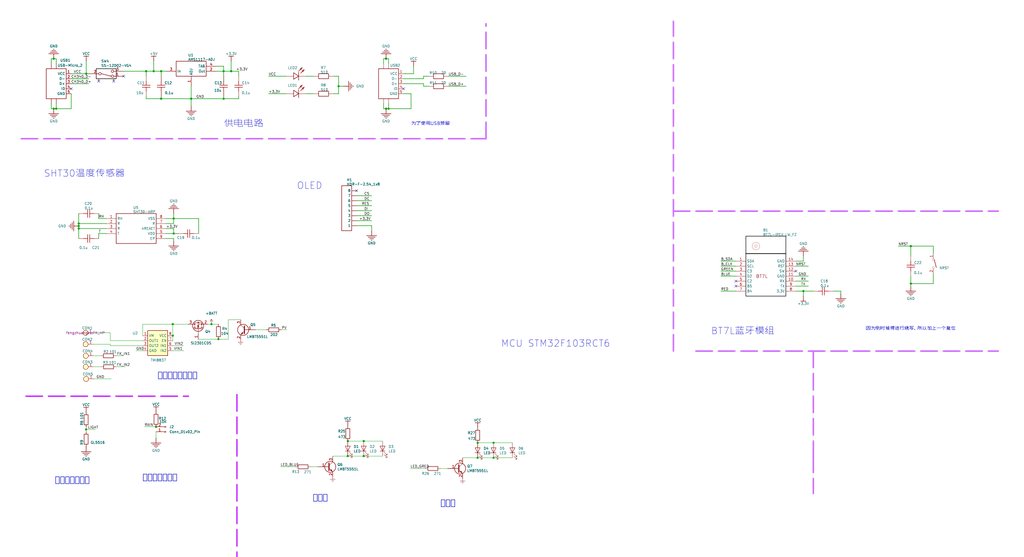
<source format=kicad_sch>
(kicad_sch (version 20230121) (generator eeschema)
  (paper "User" 520.446 283.21)
  (lib_symbols
    (symbol "Connector:Conn_01x02_Pin" (pin_names (offset 1.016) hide)
      (property "Reference" "J" (at 0 2.54 0))
      (property "Value" "Conn_01x02_Pin" (at 0 -5.08 0))
      (symbol "Conn_01x02_Pin_1_1"
        (pin passive line (at 5.08 0 180) (length 3.81) (name "Pin_1") (number "1"))
        (pin passive line (at 5.08 -2.54 180) (length 3.81) (name "Pin_2") (number "2"))
      )
    )
    (symbol "Device:Q_PMOS_GSD" (pin_names (offset 0) hide)
      (property "Reference" "Q" (at 5.08 1.27 0))
      (property "Value" "Q_PMOS_GSD" (at 5.08 -1.27 0))
      (symbol "Q_PMOS_GSD_1_1"
        (pin input line (at -5.08 0 0) (length 2.54) (name "G") (number "1"))
        (pin passive line (at 2.54 -5.08 90) (length 2.54) (name "S") (number "2"))
        (pin passive line (at 2.54 5.08 270) (length 2.54) (name "D") (number "3"))
      )
    )
    (symbol "Device:R" (pin_numbers hide) (pin_names (offset 0))
      (property "Reference" "R" (at 2.032 0 90))
      (property "Value" "R" (at 0 0 90))
      (symbol "R_1_1"
        (pin passive line (at 0 3.81 270) (length 1.27) (name "~") (number "1"))
        (pin passive line (at 0 -3.81 90) (length 1.27) (name "~") (number "2"))
      )
    )
    (symbol "EC200-altium-import:VCC" (power)
      (property "Reference" "#PWR" (at 0 0 0))
      (property "Value" "VCC" (at 0 3.81 0))
      (symbol "VCC_0_0"
        (pin power_in line (at 0 0 0) (length 0) hide (name "VCC") (number ""))
      )
    )
    (symbol "Transistor_BJT:MMBT5551L" (pin_names (offset 0) hide)
      (property "Reference" "Q" (at 5.08 1.905 0))
      (property "Value" "MMBT5551L" (at 5.08 0 0))
      (symbol "MMBT5551L_1_1"
        (pin input line (at -5.08 0 0) (length 5.715) (name "B") (number "1"))
        (pin passive line (at 2.54 -5.08 90) (length 2.54) (name "E") (number "2"))
        (pin passive line (at 2.54 5.08 270) (length 2.54) (name "C") (number "3"))
      )
    )
    (symbol "USMmeter-rescue:LED-Device" (pin_numbers hide) (pin_names (offset 1.016) hide)
      (property "Reference" "D" (at 0 2.54 0))
      (property "Value" "LED-Device" (at 0 -2.54 0))
      (symbol "LED-Device_1_1"
        (pin passive line (at -3.81 0 0) (length 2.54) (name "K") (number "1"))
        (pin passive line (at 3.81 0 180) (length 2.54) (name "A") (number "2"))
      )
    )
    (symbol "YLFZ:CON"
      (property "Reference" "U" (at 0 0 0))
      (property "Value" "CON" (at -1.27 0 0))
      (symbol "CON_1_1"
        (pin bidirectional line (at 3.81 0 180) (length 2.54) (name "") (number "1"))
      )
    )
    (symbol "YLFZ:TMI8837"
      (property "Reference" "U" (at -2.54 0 0))
      (property "Value" "TMI8837" (at 0 -2.54 0))
      (symbol "TMI8837_1_1"
        (pin bidirectional line (at -2.54 10.16 0) (length 2.54) (name "VM") (number "1"))
        (pin bidirectional line (at -2.54 7.62 0) (length 2.54) (name "OUT1") (number "2"))
        (pin bidirectional line (at -2.54 5.08 0) (length 2.54) (name "OUT2") (number "3"))
        (pin bidirectional line (at -2.54 2.54 0) (length 2.54) (name "GND") (number "4"))
        (pin bidirectional line (at 12.7 2.54 180) (length 2.54) (name "IN2") (number "5"))
        (pin bidirectional line (at 12.7 5.08 180) (length 2.54) (name "IN1") (number "6"))
        (pin bidirectional line (at 12.7 7.62 180) (length 2.54) (name "EN") (number "7"))
        (pin bidirectional line (at 12.7 10.16 180) (length 2.54) (name "VCC") (number "8"))
      )
    )
    (symbol "power:+BATT" (power) (pin_names (offset 0))
      (property "Value" "+BATT" (at 0 3.556 0))
      (symbol "+BATT_1_1"
        (pin power_in line (at 0 0 90) (length 0) hide (name "+BATT") (number "1"))
      )
    )
    (symbol "power:Earth" (power) (pin_names (offset 0))
      (symbol "Earth_1_1"
        (pin power_in line (at 0 0 270) (length 0) hide (name "Earth") (number "1"))
      )
    )
    (symbol "天气灯盘-altium-import:+3.3V" (power)
      (property "Reference" "#PWR" (at 0 0 0))
      (property "Value" "+3.3V" (at 0 3.81 0))
      (symbol "+3.3V_0_0"
        (pin power_in line (at 0 0 0) (length 0) hide (name "+3.3V") (number ""))
      )
    )
    (symbol "天气灯盘-altium-import:+5V" (power)
      (property "Reference" "#PWR" (at 0 0 0))
      (property "Value" "+5V" (at 0 3.81 0))
      (symbol "+5V_0_0"
        (pin power_in line (at 0 0 0) (length 0) hide (name "+5V") (number ""))
      )
    )
    (symbol "天气灯盘-altium-import:GND" (power)
      (property "Reference" "#PWR" (at 0 0 0))
      (property "Value" "GND" (at 0 6.35 0))
      (symbol "GND_0_0"
        (pin power_in line (at 0 0 0) (length 0) hide (name "GND") (number ""))
      )
    )
    (symbol "天气灯盘-altium-import:VCC" (power)
      (property "Reference" "#PWR" (at 0 0 0))
      (property "Value" "VCC" (at 0 3.81 0))
      (symbol "VCC_0_0"
        (pin power_in line (at 0 0 0) (length 0) hide (name "VCC") (number ""))
      )
    )
    (symbol "天气灯盘-altium-import:root_0_0.1u"
      (symbol "root_0_0.1u_1_0"
        (pin passive line (at -5.08 0 0) (length 2.54) (name "1") (number "1"))
        (pin passive line (at 5.08 0 180) (length 2.54) (name "2") (number "2"))
      )
    )
    (symbol "天气灯盘-altium-import:root_0_20"
      (symbol "root_0_20_1_0"
        (pin passive line (at -5.08 0 0) (length 2.54) (name "1") (number "1"))
        (pin passive line (at 5.08 0 180) (length 2.54) (name "2") (number "2"))
      )
    )
    (symbol "天气灯盘-altium-import:root_0_510"
      (symbol "root_0_510_1_0"
        (pin passive line (at -5.08 0 0) (length 2.54) (name "1") (number "1"))
        (pin passive line (at 5.08 0 180) (length 2.54) (name "2") (number "2"))
      )
    )
    (symbol "天气灯盘-altium-import:root_0_AMS1117-ADJ"
      (symbol "root_0_AMS1117-ADJ_1_0"
        (pin passive line (at 0 -6.35 90) (length 5.08) (name "ADJ") (number "1"))
        (pin passive line (at 12.7 1.27 180) (length 5.08) (name "Out") (number "2"))
        (pin passive line (at -12.7 1.27 0) (length 5.08) (name "In") (number "3"))
        (pin passive line (at 12.7 3.81 180) (length 5.08) (name "TAB") (number "4"))
      )
    )
    (symbol "天气灯盘-altium-import:root_0_BT7L-IPEX_LW_FZ"
      (symbol "root_0_BT7L-IPEX_LW_FZ_1_0"
        (text "BT7L" (at -5.08 1.482 0) (effects (font (size 1.651 1.651)) (justify left bottom)))
        (pin passive line (at -15.24 10.16 0) (length 5.08) (name "SDA") (number "1"))
        (pin passive line (at 15.24 0 180) (length 5.08) (name "RX") (number "10"))
        (pin passive line (at 15.24 2.54 180) (length 5.08) (name "GND") (number "11"))
        (pin passive line (at 15.24 5.08 180) (length 5.08) (name "SW") (number "12"))
        (pin passive line (at 15.24 7.62 180) (length 5.08) (name "RST") (number "13"))
        (pin passive line (at 15.24 10.16 180) (length 5.08) (name "GND") (number "14"))
        (pin passive line (at -15.24 7.62 0) (length 5.08) (name "SCL") (number "2"))
        (pin passive line (at -15.24 5.08 0) (length 5.08) (name "C3") (number "3"))
        (pin passive line (at -15.24 2.54 0) (length 5.08) (name "D2") (number "4"))
        (pin passive line (at -15.24 0 0) (length 5.08) (name "C2") (number "5"))
        (pin passive line (at -15.24 -2.54 0) (length 5.08) (name "B5") (number "6"))
        (pin passive line (at -15.24 -5.08 0) (length 5.08) (name "B4") (number "7"))
        (pin passive line (at 15.24 -5.08 180) (length 5.08) (name "3.3V") (number "8"))
        (pin passive line (at 15.24 -2.54 180) (length 5.08) (name "TX") (number "9"))
      )
    )
    (symbol "天气灯盘-altium-import:root_0_LED-0805_G"
      (symbol "root_0_LED-0805_G_1_0"
        (pin passive line (at -5.08 0 0) (length 3.81) (name "1") (number "1"))
        (pin passive line (at 5.08 0 180) (length 3.81) (name "2") (number "2"))
      )
    )
    (symbol "天气灯盘-altium-import:root_0_LED-0805_R"
      (symbol "root_0_LED-0805_R_1_0"
        (pin passive line (at -5.08 0 0) (length 3.81) (name "1") (number "1"))
        (pin passive line (at 5.08 0 180) (length 3.81) (name "2") (number "2"))
      )
    )
    (symbol "天气灯盘-altium-import:root_0_SHT30-ARP"
      (symbol "root_0_SHT30-ARP_1_0"
        (pin passive line (at -15.24 5.08 0) (length 5.08) (name "RH") (number "1"))
        (pin passive line (at -15.24 2.54 0) (length 5.08) (name "R") (number "2"))
        (pin passive line (at -15.24 0 0) (length 5.08) (name "R") (number "3"))
        (pin passive line (at -15.24 -2.54 0) (length 5.08) (name "T") (number "4"))
        (pin passive line (at 15.24 -2.54 180) (length 5.08) (name "VDD") (number "5"))
        (pin passive line (at 15.24 0 180) (length 5.08) (name "nREAET") (number "6"))
        (pin passive line (at 15.24 2.54 180) (length 5.08) (name "R") (number "7"))
        (pin passive line (at 15.24 5.08 180) (length 5.08) (name "VSS") (number "8"))
        (pin passive line (at 15.24 -5.08 180) (length 5.08) (name "EP") (number "9"))
      )
    )
    (symbol "天气灯盘-altium-import:root_0_SS-12D02-VG4"
      (symbol "root_0_SS-12D02-VG4_1_0"
        (pin passive inverted (at 8.89 -1.27 180) (length 6.35) (name "1") (number "1"))
        (pin passive inverted (at -8.89 0 0) (length 6.35) (name "2") (number "2"))
        (pin passive inverted (at 8.89 1.27 180) (length 6.35) (name "3") (number "3"))
        (pin passive line (at 3.81 -3.81 90) (length 1.27) (name "4") (number "4"))
        (pin passive line (at -3.81 -3.81 90) (length 1.27) (name "5") (number "5"))
      )
    )
    (symbol "天气灯盘-altium-import:root_0_USB-Micro_2"
      (symbol "root_0_USB-Micro_2_1_0"
        (pin passive line (at 7.62 5.08 180) (length 2.54) (name "VCC") (number "1"))
        (pin passive line (at 7.62 2.54 180) (length 2.54) (name "D-") (number "2"))
        (pin passive line (at 7.62 0 180) (length 2.54) (name "D+") (number "3"))
        (pin passive line (at 7.62 -2.54 180) (length 2.54) (name "ID") (number "4"))
        (pin passive line (at 7.62 -5.08 180) (length 2.54) (name "GND") (number "5"))
        (pin passive line (at -2.54 -10.16 90) (length 2.54) (name "SH3") (number "6"))
        (pin passive line (at 0 -10.16 90) (length 2.54) (name "SH4") (number "7"))
        (pin passive line (at -2.54 10.16 270) (length 2.54) (name "SH1") (number "8"))
        (pin passive line (at 0 10.16 270) (length 2.54) (name "SH2") (number "9"))
      )
    )
    (symbol "天气灯盘-altium-import:root_1_0.1u"
      (symbol "root_1_0.1u_1_0"
        (pin passive line (at 0 -5.08 90) (length 2.54) (name "1") (number "1"))
        (pin passive line (at 0 5.08 270) (length 2.54) (name "2") (number "2"))
      )
    )
    (symbol "天气灯盘-altium-import:root_2_0.1u"
      (symbol "root_2_0.1u_1_0"
        (pin passive line (at 5.08 0 180) (length 2.54) (name "1") (number "1"))
        (pin passive line (at -5.08 0 0) (length 2.54) (name "2") (number "2"))
      )
    )
    (symbol "天气灯盘-altium-import:root_2_20"
      (symbol "root_2_20_1_0"
        (pin passive line (at 5.08 0 180) (length 2.54) (name "1") (number "1"))
        (pin passive line (at -5.08 0 0) (length 2.54) (name "2") (number "2"))
      )
    )
    (symbol "天气灯盘-altium-import:root_2_HDR-F-2.54_1x8"
      (symbol "root_2_HDR-F-2.54_1x8_1_0"
        (pin passive line (at 5.08 -8.89 180) (length 2.54) (name "1") (number "1"))
        (pin passive line (at 5.08 -6.35 180) (length 2.54) (name "2") (number "2"))
        (pin passive line (at 5.08 -3.81 180) (length 2.54) (name "3") (number "3"))
        (pin passive line (at 5.08 -1.27 180) (length 2.54) (name "4") (number "4"))
        (pin passive line (at 5.08 1.27 180) (length 2.54) (name "5") (number "5"))
        (pin passive line (at 5.08 3.81 180) (length 2.54) (name "6") (number "6"))
        (pin passive line (at 5.08 6.35 180) (length 2.54) (name "7") (number "7"))
        (pin passive line (at 5.08 8.89 180) (length 2.54) (name "8") (number "8"))
      )
    )
    (symbol "天气灯盘-altium-import:root_3_0.1u"
      (symbol "root_3_0.1u_1_0"
        (pin passive line (at 0 5.08 270) (length 2.54) (name "1") (number "1"))
        (pin passive line (at 0 -5.08 90) (length 2.54) (name "2") (number "2"))
      )
    )
    (symbol "天气灯盘-altium-import:root_3_10u"
      (symbol "root_3_10u_1_0"
        (pin passive line (at 0 5.08 270) (length 2.54) (name "1") (number "1"))
        (pin passive line (at 0 -5.08 90) (length 2.54) (name "2") (number "2"))
      )
    )
    (symbol "天气灯盘-altium-import:root_3_TS342A2P-WZ"
      (symbol "root_3_TS342A2P-WZ_1_0"
        (pin passive line (at 0 5.08 270) (length 2.54) (name "1") (number "1"))
        (pin passive line (at 0 -5.08 90) (length 2.54) (name "2") (number "2"))
      )
    )
  )
  (junction (at 81.915 50.165))
  (junction (at 87.8078 170.5864))
  (junction (at 40.005 113.6142))
  (junction (at 197.485 55.245))
  (junction (at 242.7732 225.044))
  (junction (at 40.005 114.8842))
  (junction (at 242.7478 232.664))
  (junction (at 196.215 55.245))
  (junction (at 462.915 125.095))
  (junction (at 87.8078 164.7444))
  (junction (at 176.784 224.1804))
  (junction (at 111.0234 172.3644))
  (junction (at 74.295 36.195))
  (junction (at 78.105 36.195))
  (junction (at 107.4674 164.7444))
  (junction (at 97.155 50.165))
  (junction (at 27.305 29.845))
  (junction (at 81.915 36.195))
  (junction (at 172.085 43.815))
  (junction (at 40.005 116.1542))
  (junction (at 43.7642 218.2622))
  (junction (at 196.215 29.845))
  (junction (at 408.305 147.955))
  (junction (at 28.575 55.245))
  (junction (at 113.665 36.195))
  (junction (at 184.8612 231.8004))
  (junction (at 184.8612 224.1804))
  (junction (at 43.815 37.465))
  (junction (at 176.7586 231.8004))
  (junction (at 27.305 55.245))
  (junction (at 88.265 118.6942))
  (junction (at 79.2988 216.9414))
  (junction (at 462.915 144.145))
  (junction (at 250.8504 225.044))
  (junction (at 88.265 111.0742))
  (junction (at 117.475 36.195))
  (junction (at 113.665 50.165))
  (junction (at 250.8504 232.664))
  (no_connect (at 374.015 142.875))
  (no_connect (at 62.865 38.735))
  (no_connect (at 205.105 45.085))
  (no_connect (at 57.785 41.275))
  (no_connect (at 181.2798 96.9264))
  (no_connect (at 374.015 145.415))
  (no_connect (at 50.165 41.275))
  (no_connect (at 36.195 45.085))
  (no_connect (at 404.495 137.795))
  (wire (pts (xy 97.155 53.975) (xy 97.155 50.165)) (stroke (width 0.254)))
  (wire (pts (xy 227.965 38.735) (xy 236.855 38.735)) (stroke (width 0.254)))
  (wire (pts (xy 88.265 113.6142) (xy 88.265 111.0742)) (stroke (width 0.254)))
  (wire (pts (xy 74.295 50.165) (xy 81.915 50.165)) (stroke (width 0.254)))
  (wire (pts (xy 462.915 140.335) (xy 462.915 144.145)) (stroke (width 0.254)))
  (wire (pts (xy 181.2798 102.0064) (xy 188.8998 102.0064)) (stroke (width 0.254)))
  (wire (pts (xy 113.665 36.195) (xy 117.475 36.195)) (stroke (width 0.254)))
  (wire (pts (xy 197.485 29.845) (xy 196.215 29.845)) (stroke (width 0.254)))
  (wire (pts (xy 197.485 52.705) (xy 197.485 55.245)) (stroke (width 0.254)))
  (wire (pts (xy 144.526 237.2614) (xy 150.2156 237.2614)))
  (wire (pts (xy 43.815 37.465) (xy 45.085 37.465)) (stroke (width 0.254)))
  (wire (pts (xy 26.035 29.845) (xy 26.035 32.385)) (stroke (width 0.254)))
  (wire (pts (xy 84.455 121.2342) (xy 88.265 121.2342)) (stroke (width 0.254)))
  (wire (pts (xy 205.105 47.625) (xy 208.915 47.625)) (stroke (width 0.254)))
  (polyline (pts (xy 353.695 178.435) (xy 507.365 178.435)) (stroke (width 0.762) (type dash) (color 204 102 255 1)))
  (wire (pts (xy 172.085 43.815) (xy 174.625 43.815)) (stroke (width 0.254)))
  (wire (pts (xy 181.2798 112.1664) (xy 188.8998 112.1664)) (stroke (width 0.254)))
  (wire (pts (xy 242.7478 225.044) (xy 242.7732 225.044)))
  (wire (pts (xy 50.165 111.0742) (xy 53.975 111.0742)) (stroke (width 0.254)))
  (wire (pts (xy 26.035 52.705) (xy 26.035 55.245)) (stroke (width 0.254)))
  (polyline (pts (xy 413.385 178.435) (xy 413.385 233.045)) (stroke (width 0.762) (type dash) (color 204 102 255 1)))
  (wire (pts (xy 462.915 144.145) (xy 462.915 145.415)) (stroke (width 0.254)))
  (wire (pts (xy 142.5448 237.236) (xy 144.526 237.236)))
  (wire (pts (xy 72.5678 170.5864) (xy 72.5678 164.7444)))
  (wire (pts (xy 215.265 43.815) (xy 215.265 42.545)) (stroke (width 0.254)))
  (wire (pts (xy 88.265 118.6942) (xy 84.455 118.6942)) (stroke (width 0.254)))
  (wire (pts (xy 215.265 38.735) (xy 215.265 40.005)) (stroke (width 0.254)))
  (wire (pts (xy 205.105 40.005) (xy 215.265 40.005)) (stroke (width 0.254)))
  (wire (pts (xy 227.965 43.815) (xy 236.855 43.815)) (stroke (width 0.254)))
  (wire (pts (xy 215.265 42.545) (xy 205.105 42.545)) (stroke (width 0.254)))
  (wire (pts (xy 47.3202 174.9552) (xy 56.007 174.9552)))
  (wire (pts (xy 100.711 172.3644) (xy 111.0234 172.3644)))
  (polyline (pts (xy 10.795 70.485) (xy 247.015 70.485)) (stroke (width 0.762) (type dash) (color 204 102 255 1)))
  (wire (pts (xy 184.8612 224.1804) (xy 194.437 224.1804)))
  (wire (pts (xy 58.9026 180.848) (xy 62.8142 180.848)))
  (wire (pts (xy 73.4314 216.9414) (xy 79.2988 216.9414)))
  (wire (pts (xy 176.7586 224.1804) (xy 176.784 224.1804)))
  (wire (pts (xy 36.195 40.005) (xy 45.085 40.005)) (stroke (width 0.254)))
  (wire (pts (xy 28.575 55.245) (xy 28.575 52.705)) (stroke (width 0.254)))
  (wire (pts (xy 210.185 37.465) (xy 205.105 37.465)) (stroke (width 0.254)))
  (wire (pts (xy 74.295 38.735) (xy 74.295 36.195)) (stroke (width 0.254)))
  (wire (pts (xy 250.8504 232.664) (xy 242.7478 232.664)))
  (wire (pts (xy 88.265 111.0742) (xy 88.265 108.5342)) (stroke (width 0.254)))
  (wire (pts (xy 144.526 237.236) (xy 144.526 237.2614)))
  (wire (pts (xy 117.475 31.115) (xy 117.475 36.195)) (stroke (width 0.254)))
  (wire (pts (xy 181.2798 99.4664) (xy 188.8998 99.4664)) (stroke (width 0.254)))
  (wire (pts (xy 181.2798 109.6264) (xy 188.8998 109.6264)) (stroke (width 0.254)))
  (wire (pts (xy 109.855 36.195) (xy 113.665 36.195)) (stroke (width 0.254)))
  (wire (pts (xy 53.975 116.1542) (xy 40.005 116.1542)) (stroke (width 0.254)))
  (wire (pts (xy 59.0042 186.436) (xy 63.6778 186.436)))
  (wire (pts (xy 62.865 36.195) (xy 74.295 36.195)) (stroke (width 0.254)))
  (polyline (pts (xy 413.385 231.775) (xy 413.385 250.825)) (stroke (width 0.762) (type dash) (color 204 102 255 1)))
  (wire (pts (xy 27.305 29.845) (xy 26.035 29.845)) (stroke (width 0.254)))
  (wire (pts (xy 136.525 47.625) (xy 145.415 47.625)) (stroke (width 0.254)))
  (wire (pts (xy 172.085 47.625) (xy 172.085 43.815)) (stroke (width 0.254)))
  (wire (pts (xy 129.921 167.64) (xy 135.3566 167.64)))
  (wire (pts (xy 69.0118 178.2064) (xy 72.5678 178.2064)))
  (wire (pts (xy 36.195 37.465) (xy 43.815 37.465)) (stroke (width 0.254)))
  (polyline (pts (xy 342.265 178.435) (xy 342.265 10.795)) (stroke (width 0.762) (type dash) (color 204 102 255 1)))
  (wire (pts (xy 87.8078 170.5864) (xy 87.8078 173.1264)))
  (wire (pts (xy 194.945 29.845) (xy 194.945 32.385)) (stroke (width 0.254)))
  (wire (pts (xy 78.105 31.115) (xy 78.105 36.195)) (stroke (width 0.254)))
  (wire (pts (xy 145.415 38.735) (xy 136.525 38.735)) (stroke (width 0.254)))
  (wire (pts (xy 105.791 164.7444) (xy 107.4674 164.7444)))
  (wire (pts (xy 474.345 144.145) (xy 462.915 144.145)) (stroke (width 0.254)))
  (wire (pts (xy 169.545 38.735) (xy 172.085 38.735)) (stroke (width 0.254)))
  (wire (pts (xy 90.805 118.6942) (xy 88.265 118.6942)) (stroke (width 0.254)))
  (wire (pts (xy 72.5678 164.7444) (xy 87.8078 164.7444)))
  (wire (pts (xy 404.495 145.415) (xy 410.845 145.415)) (stroke (width 0.254)))
  (wire (pts (xy 111.0234 172.3644) (xy 116.0526 172.3644)))
  (wire (pts (xy 47.5742 192.5828) (xy 56.5658 192.5828)))
  (wire (pts (xy 28.575 29.845) (xy 27.305 29.845)) (stroke (width 0.254)))
  (wire (pts (xy 208.534 238.0996) (xy 210.5152 238.0996)))
  (wire (pts (xy 50.165 121.2342) (xy 50.165 118.6942)) (stroke (width 0.254)))
  (wire (pts (xy 36.195 47.625) (xy 36.195 55.245)) (stroke (width 0.254)))
  (wire (pts (xy 81.915 48.895) (xy 81.915 50.165)) (stroke (width 0.254)))
  (wire (pts (xy 210.185 33.655) (xy 210.185 37.465)) (stroke (width 0.254)))
  (wire (pts (xy 366.395 140.335) (xy 374.015 140.335)) (stroke (width 0.254)))
  (wire (pts (xy 36.195 42.545) (xy 45.085 42.545)) (stroke (width 0.254)))
  (wire (pts (xy 116.0526 172.3644) (xy 116.0526 162.56)))
  (wire (pts (xy 109.855 33.655) (xy 113.665 33.655)) (stroke (width 0.254)))
  (wire (pts (xy 87.8078 175.6664) (xy 93.1926 175.6664)))
  (wire (pts (xy 87.8078 178.2064) (xy 93.4466 178.2064)))
  (wire (pts (xy 43.7642 218.2622) (xy 43.7642 219.4052)))
  (wire (pts (xy 260.4262 232.664) (xy 250.8504 232.664)))
  (wire (pts (xy 56.007 174.9552) (xy 56.007 175.6664)))
  (wire (pts (xy 40.005 114.8842) (xy 40.005 116.1542)) (stroke (width 0.254)))
  (wire (pts (xy 366.395 135.255) (xy 374.015 135.255)) (stroke (width 0.254)))
  (wire (pts (xy 242.7732 225.044) (xy 250.8504 225.044)))
  (wire (pts (xy 97.155 50.165) (xy 113.665 50.165)) (stroke (width 0.254)))
  (polyline (pts (xy 120.4214 200.5584) (xy 120.4214 283.1084)) (stroke (width 0.762) (type dash) (color 204 51 255 1)))
  (wire (pts (xy 56.007 175.6664) (xy 72.5678 175.6664)))
  (wire (pts (xy 217.805 38.735) (xy 215.265 38.735)) (stroke (width 0.254)))
  (wire (pts (xy 121.285 50.165) (xy 121.285 48.895)) (stroke (width 0.254)))
  (wire (pts (xy 157.8356 237.2614) (xy 161.4932 237.2614)))
  (wire (pts (xy 36.195 55.245) (xy 28.575 55.245)) (stroke (width 0.254)))
  (polyline (pts (xy 247.015 70.485) (xy 247.015 12.065)) (stroke (width 0.762) (type dash) (color 204 102 255 1)))
  (wire (pts (xy 176.784 224.1804) (xy 184.8612 224.1804)))
  (wire (pts (xy 56.0578 169.164) (xy 56.1086 173.1264)))
  (wire (pts (xy 404.495 142.875) (xy 410.845 142.875)) (stroke (width 0.254)))
  (wire (pts (xy 40.005 108.5342) (xy 40.005 113.6142)) (stroke (width 0.254)))
  (wire (pts (xy 181.2798 104.5464) (xy 188.8998 104.5464)) (stroke (width 0.254)))
  (wire (pts (xy 462.915 125.095) (xy 456.565 125.095)) (stroke (width 0.254)))
  (wire (pts (xy 81.915 36.195) (xy 84.455 36.195)) (stroke (width 0.254)))
  (wire (pts (xy 47.2694 169.164) (xy 56.0578 169.164)))
  (wire (pts (xy 404.495 132.715) (xy 408.305 132.715)) (stroke (width 0.254)))
  (wire (pts (xy 474.345 125.095) (xy 462.915 125.095)) (stroke (width 0.254)))
  (wire (pts (xy 142.9766 167.64) (xy 145.8214 167.64)))
  (wire (pts (xy 100.965 118.6942) (xy 100.965 111.0742)) (stroke (width 0.254)))
  (wire (pts (xy 88.265 121.2342) (xy 88.265 122.5042)) (stroke (width 0.254)))
  (wire (pts (xy 97.155 43.815) (xy 97.155 50.165)) (stroke (width 0.254)))
  (wire (pts (xy 423.545 147.955) (xy 427.355 147.955)) (stroke (width 0.254)))
  (wire (pts (xy 47.371 186.436) (xy 51.3842 186.436)))
  (wire (pts (xy 184.8612 231.8004) (xy 176.7586 231.8004)))
  (wire (pts (xy 223.8248 238.125) (xy 227.4824 238.125)))
  (wire (pts (xy 404.495 140.335) (xy 410.845 140.335)) (stroke (width 0.254)))
  (wire (pts (xy 462.915 130.175) (xy 462.915 125.095)) (stroke (width 0.254)))
  (wire (pts (xy 40.005 113.6142) (xy 40.005 114.8842)) (stroke (width 0.254)))
  (wire (pts (xy 28.575 32.385) (xy 28.575 29.845)) (stroke (width 0.254)))
  (wire (pts (xy 169.545 47.625) (xy 172.085 47.625)) (stroke (width 0.254)))
  (wire (pts (xy 188.8998 117.2464) (xy 188.8998 114.7064)) (stroke (width 0.254)))
  (wire (pts (xy 116.0526 162.56) (xy 122.301 162.56)))
  (wire (pts (xy 366.395 147.955) (xy 374.015 147.955)) (stroke (width 0.254)))
  (wire (pts (xy 197.485 32.385) (xy 197.485 29.845)) (stroke (width 0.254)))
  (wire (pts (xy 474.345 139.065) (xy 474.345 144.145)) (stroke (width 0.254)))
  (wire (pts (xy 84.455 116.1542) (xy 88.265 116.1542)) (stroke (width 0.254)))
  (wire (pts (xy 113.665 38.735) (xy 113.665 36.195)) (stroke (width 0.254)))
  (wire (pts (xy 474.345 128.905) (xy 474.345 125.095)) (stroke (width 0.254)))
  (wire (pts (xy 172.085 38.735) (xy 172.085 43.815)) (stroke (width 0.254)))
  (wire (pts (xy 87.8078 164.7444) (xy 87.8078 170.5864)))
  (wire (pts (xy 74.295 36.195) (xy 78.105 36.195)) (stroke (width 0.254)))
  (wire (pts (xy 113.665 50.165) (xy 121.285 50.165)) (stroke (width 0.254)))
  (wire (pts (xy 88.265 116.1542) (xy 88.265 118.6942)) (stroke (width 0.254)))
  (wire (pts (xy 53.975 113.6142) (xy 40.005 113.6142)) (stroke (width 0.254)))
  (wire (pts (xy 113.665 48.895) (xy 113.665 50.165)) (stroke (width 0.254)))
  (wire (pts (xy 181.2798 107.0864) (xy 188.8998 107.0864)) (stroke (width 0.254)))
  (wire (pts (xy 78.105 36.195) (xy 81.915 36.195)) (stroke (width 0.254)))
  (wire (pts (xy 155.575 47.625) (xy 159.385 47.625)) (stroke (width 0.254)))
  (wire (pts (xy 43.7642 218.2622) (xy 48.514 218.2622)))
  (wire (pts (xy 155.575 38.735) (xy 159.385 38.735)) (stroke (width 0.254)))
  (wire (pts (xy 208.915 55.245) (xy 197.485 55.245)) (stroke (width 0.254)))
  (wire (pts (xy 43.815 31.115) (xy 43.815 37.465)) (stroke (width 0.254)))
  (wire (pts (xy 81.915 38.735) (xy 81.915 36.195)) (stroke (width 0.254)))
  (wire (pts (xy 408.305 150.495) (xy 408.305 147.955)) (stroke (width 0.254)))
  (wire (pts (xy 121.285 36.195) (xy 121.285 38.735)) (stroke (width 0.254)))
  (wire (pts (xy 194.437 231.8004) (xy 184.8612 231.8004)))
  (wire (pts (xy 40.005 116.1542) (xy 40.005 121.2342)) (stroke (width 0.254)))
  (wire (pts (xy 84.455 113.6142) (xy 88.265 113.6142)) (stroke (width 0.254)))
  (wire (pts (xy 47.4218 180.848) (xy 51.2826 180.848)))
  (wire (pts (xy 100.965 111.0742) (xy 88.265 111.0742)) (stroke (width 0.254)))
  (wire (pts (xy 242.7478 232.664) (xy 235.1024 232.664)))
  (wire (pts (xy 79.2988 219.4814) (xy 79.2988 222.631)))
  (wire (pts (xy 169.1132 231.8004) (xy 169.1132 232.1814)))
  (wire (pts (xy 176.7586 231.8004) (xy 169.1132 231.8004)))
  (wire (pts (xy 194.945 55.245) (xy 194.945 52.705)) (stroke (width 0.254)))
  (wire (pts (xy 43.7642 217.17) (xy 43.7642 218.2622)))
  (wire (pts (xy 27.305 55.245) (xy 28.575 55.245)) (stroke (width 0.254)))
  (wire (pts (xy 210.5152 238.0996) (xy 210.5152 238.125)))
  (wire (pts (xy 50.165 118.6942) (xy 53.975 118.6942)) (stroke (width 0.254)))
  (wire (pts (xy 188.8998 114.7064) (xy 181.2798 114.7064)) (stroke (width 0.254)))
  (polyline (pts (xy 13.208 201.3712) (xy 95.758 201.3712)) (stroke (width 0.762) (type dash) (color 204 51 255 1)))
  (wire (pts (xy 404.495 147.955) (xy 408.305 147.955)) (stroke (width 0.254)))
  (wire (pts (xy 113.665 33.655) (xy 113.665 36.195)) (stroke (width 0.254)))
  (polyline (pts (xy 342.265 107.315) (xy 507.365 107.315)) (stroke (width 0.762) (type dash) (color 204 102 255 1)))
  (wire (pts (xy 74.295 48.895) (xy 74.295 50.165)) (stroke (width 0.254)))
  (wire (pts (xy 413.385 147.955) (xy 408.305 147.955)) (stroke (width 0.254)))
  (wire (pts (xy 366.395 137.795) (xy 374.015 137.795)) (stroke (width 0.254)))
  (wire (pts (xy 208.915 47.625) (xy 208.915 55.245)) (stroke (width 0.254)))
  (wire (pts (xy 250.8504 225.044) (xy 260.4262 225.044)))
  (wire (pts (xy 81.915 50.165) (xy 97.155 50.165)) (stroke (width 0.254)))
  (wire (pts (xy 210.5152 238.125) (xy 216.2048 238.125)))
  (wire (pts (xy 107.4674 164.7444) (xy 111.0234 164.7444)))
  (wire (pts (xy 84.455 111.0742) (xy 88.265 111.0742)) (stroke (width 0.254)))
  (wire (pts (xy 215.265 43.815) (xy 217.805 43.815)) (stroke (width 0.254)))
  (wire (pts (xy 197.485 55.245) (xy 196.215 55.245)) (stroke (width 0.254)))
  (wire (pts (xy 196.215 55.245) (xy 194.945 55.245)) (stroke (width 0.254)))
  (wire (pts (xy 87.8078 164.7444) (xy 95.631 164.7444)))
  (wire (pts (xy 196.215 29.845) (xy 194.945 29.845)) (stroke (width 0.254)))
  (wire (pts (xy 117.475 36.195) (xy 121.285 36.195)) (stroke (width 0.254)))
  (wire (pts (xy 366.395 132.715) (xy 374.015 132.715)) (stroke (width 0.254)))
  (wire (pts (xy 427.355 147.955) (xy 427.355 149.225)) (stroke (width 0.254)))
  (wire (pts (xy 408.305 132.715) (xy 408.305 130.175)) (stroke (width 0.254)))
  (wire (pts (xy 50.165 108.5342) (xy 50.165 111.0742)) (stroke (width 0.254)))
  (wire (pts (xy 235.1024 232.664) (xy 235.1024 233.045)))
  (wire (pts (xy 56.1086 173.1264) (xy 72.5678 173.1264)))
  (wire (pts (xy 404.495 135.255) (xy 410.845 135.255)) (stroke (width 0.254)))
  (wire (pts (xy 26.035 55.245) (xy 27.305 55.245)) (stroke (width 0.254)))
  (text "蓝色灯\n" (at 159.0294 255.6256 0) (effects (font (size 3 3) (thickness 0.4) bold) (justify left bottom)))
  (text "OLED" (at 150.7998 96.5034 0) (effects (font (size 3.429 3.429)) (justify left bottom)))
  (text "温度指针驱动电路" (at 80.1878 193.4464 0) (effects (font (size 3 3) (thickness 0.4) bold) (justify left bottom)))
  (text "橙色灯" (at 223.9264 258.3942 0) (effects (font (size 3 3) (thickness 0.4) bold) (justify left bottom)))
  (text "SHT30温度传感器" (at 22.225 90.3312 0) (effects (font (size 3.429 3.429)) (justify left bottom)))
  (text "供电电路" (at 113.665 64.982 0) (effects (font (size 3.429 3.429)) (justify left bottom)))
  (text "光线检测传感器" (at 27.94 246.6848 0) (effects (font (size 3 3) (thickness 0.4) bold) (justify left bottom)))
  (text "BT7L蓝牙模组" (at 361.315 170.392 0) (effects (font (size 3.429 3.429)) (justify left bottom)))
  (text "因为到时候得进行烧写，所以加上一个复位" (at 440.055 168.063 0) (effects (font (size 1.651 1.651)) (justify left bottom)))
  (text "雨量检测传感器" (at 72.4916 245.3132 0) (effects (font (size 3 3) (thickness 0.4) bold) (justify left bottom)))
  (text "MCU STM32F103RCT6" (at 254.635 176.742 0) (effects (font (size 3.429 3.429)) (justify left bottom)))
  (text "为了使用USB预留" (at 208.915 63.923 0) (effects (font (size 1.651 1.651)) (justify left bottom)))
  (label "VIN2" (at 88.6714 175.6664 0))
  (label "T" (at 50.165 118.6942 180))
  (label "RES" (at 183.8198 104.5464 180))
  (label "GND" (at 99.695 50.165 180))
  (label "GREEN" (at 366.395 137.795 180))
  (label "VIN1" (at 88.3666 178.2064 0))
  (label "B_CLK" (at 366.395 135.255 180))
  (label "LED_BLUE" (at 142.5448 237.236 0))
  (label "NRST" (at 456.565 125.095 180))
  (label "RH" (at 50.165 111.0742 180))
  (label "+3.3V" (at 120.015 36.195 180))
  (label "BLUE" (at 366.395 140.335 180))
  (label "CH340_D-" (at 36.195 40.005 180))
  (label "USB_D-" (at 227.965 38.735 180))
  (label "RED" (at 366.395 147.955 180))
  (label "LED_GRED" (at 208.534 238.0996 0))
  (label "USB_D+" (at 227.965 43.815 180))
  (label "CH340_D+" (at 36.195 42.545 180))
  (label "+3.3V" (at 84.455 116.1542 180))
  (label "DO" (at 185.0898 109.6264 180))
  (label "DC" (at 185.0898 102.0064 180))
  (label "GND" (at 405.765 140.335 180))
  (label "B_SDA" (at 366.395 132.715 180))
  (label "+3.3V" (at 182.5498 112.1664 180))
  (label "RX" (at 407.035 142.875 180))
  (label "RAIN" (at 73.4314 216.9414 0))
  (label "VCC" (at 37.465 37.465 180))
  (label "VCC" (at 136.525 38.735 180))
  (label "DI" (at 185.0898 107.0864 180))
  (label "GND" (at 48.9458 192.5828 0))
  (label "CS" (at 185.0898 99.4664 180))
  (label "PV" (at 143.1544 167.64 0))
  (label "LIGHT" (at 44.6786 218.2622 0))
  (label "FK_IN2" (at 59.3598 186.436 0))
  (label "NRST" (at 404.495 135.255 180))
  (label "FK_IN1" (at 59.4614 180.848 0))
  (label "+3.3V" (at 136.525 47.625 180))
  (label "TX" (at 407.035 145.415 180))
  (label "GND" (at 69.215 178.2064 0))
  (symbol (lib_id "Connector:Conn_01x02_Pin") (at 84.3788 219.4814 180) (unit 1)
    (property "Reference" "J2" (at 86.0552 216.9414 0) (effects (justify right)))
    (property "Value" "Conn_01x02_Pin" (at 86.0552 219.4814 0) (effects (justify right)))
  )
  (symbol (lib_id "Device:R") (at 242.7732 221.234 0) (unit 1)
    (property "Reference" "R27" (at 237.6932 220.0402 0) (effects (justify left)))
    (property "Value" "473" (at 237.8202 222.885 0) (effects (justify left)))
    (property "Footprint" "fengzhuangku:0402R" (effects hide))
  )
  (symbol (lib_id "天气灯盘-altium-import:VCC") (at 43.815 31.115 180) (unit 1)
    (property "Reference" "#PWR?" (effects hide))
    (property "Value" "VCC" (at 43.815 27.305 0))
  )
  (symbol (lib_id "天气灯盘-altium-import:GND") (at 427.355 149.225 0) (unit 1)
    (property "Reference" "#PWR?" (effects hide))
    (property "Value" "GND" (at 427.355 155.575 0))
  )
  (symbol (lib_id "Device:R") (at 43.7642 223.2152 180) (unit 1)
    (property "Reference" "R9" (at 41.5798 224.8408 90))
    (property "Value" "GL5516" (at 49.6824 224.8662 0))
    (property "Footprint" "fengzhuangku:0402R" (effects hide))
  )
  (symbol (lib_id "天气灯盘-altium-import:root_3_TS342A2P-WZ") (at 474.345 133.985 0) (unit 1)
    (property "Reference" "NRST" (at 477.383 136.909 0) (effects (justify left bottom)))
    (property "Value" "TS342A2P-WZ" (effects hide))
    (property "Footprint" "SW-SMD_L4.0-W2.9-LS5.0" (effects hide))
    (property "SUPPLIER" "LCSC" (effects hide))
    (property "SUPPLIER PART" "C557591" (effects hide))
    (property "MANUFACTURER" "SHOU HAN" (effects hide))
    (property "MANUFACTURER PART" "TS342A2P-WZ" (effects hide))
    (property "CONTRIBUTOR" "LCSC" (effects hide))
    (property "JLCPCB SMD" "Yes" (effects hide))
    (property "SMT TYPE" "Extend" (effects hide))
    (property "SPICEPRE" "S" (effects hide))
    (property "SPICESYMBOLNAME" "TS342A2P-WZ" (effects hide))
  )
  (symbol (lib_id "天气灯盘-altium-import:+5V") (at 78.105 31.115 180) (unit 1)
    (property "Reference" "#PWR?" (effects hide))
    (property "Value" "+5V" (at 78.105 27.305 0))
  )
  (symbol (lib_id "Device:R") (at 111.0234 168.5544 180) (unit 1)
    (property "Reference" "R4" (at 114.1984 167.0558 0))
    (property "Value" "104" (at 114.173 169.4688 0))
    (property "Footprint" "fengzhuangku:0402R" (effects hide))
  )
  (symbol (lib_id "Transistor_BJT:MMBT5551L") (at 232.5624 238.125 0) (unit 1)
    (property "Reference" "Q7" (at 237.4138 236.9566 0) (effects (justify left)))
    (property "Value" "LMBT5551L" (at 237.4138 239.268 0) (effects (justify left)))
    (property "Footprint" "fengzhuangku:SOT-23" (effects hide))
    (property "Datasheet" "www.onsemi.com/pub/Collateral/MMBT5550LT1-D.PDF" (effects hide))
  )
  (symbol (lib_id "Device:R") (at 79.2988 213.1314 180) (unit 1)
    (property "Reference" "R12" (at 82.55 212.6742 0))
    (property "Value" "10K" (at 82.8802 214.3506 0))
    (property "Footprint" "fengzhuangku:0402R" (effects hide))
  )
  (symbol (lib_id "Transistor_BJT:MMBT5551L") (at 124.841 167.64 0) (mirror y) (unit 1)
    (property "Reference" "Q5" (at 129.9464 165.0492 0) (effects (justify left)))
    (property "Value" "LMBT5551L" (at 136.2456 171.1452 0) (effects (justify left)))
    (property "Footprint" "fengzhuangku:SOT-23" (effects hide))
    (property "Datasheet" "www.onsemi.com/pub/Collateral/MMBT5550LT1-D.PDF" (effects hide))
  )
  (symbol (lib_id "power:Earth") (at 122.301 172.72 0) (unit 1)
    (property "Reference" "#PWR02" (effects hide))
    (property "Value" "Earth" (effects hide))
  )
  (symbol (lib_id "天气灯盘-altium-import:VCC") (at 79.2988 209.3214 180) (unit 1)
    (property "Reference" "#PWR05" (effects hide))
    (property "Value" "VCC" (at 79.2988 205.5114 0))
  )
  (symbol (lib_id "天气灯盘-altium-import:root_3_10u") (at 74.295 43.815 0) (unit 1)
    (property "Reference" "C11" (at 69.671 42.825 0) (effects (justify left bottom)))
    (property "Value" "10u" (at 69.167 47.921 0) (effects (justify left bottom)))
    (property "Footprint" "C0805" (effects hide))
    (property "NAMEALIAS" "Value(F)" (effects hide))
    (property "CONTRIBUTOR" "LCEDA_Lib" (effects hide))
    (property "SPICEPRE" "C" (effects hide))
    (property "SPICESYMBOLNAME" "C_0805_US" (effects hide))
  )
  (symbol (lib_id "Device:R") (at 43.7642 213.36 180) (unit 1)
    (property "Reference" "R6" (at 41.5798 214.9856 90))
    (property "Value" "101" (at 41.5798 211.2772 90))
    (property "Footprint" "fengzhuangku:0402R" (effects hide))
  )
  (symbol (lib_id "天气灯盘-altium-import:GND") (at 27.305 55.245 0) (unit 1)
    (property "Reference" "#PWR?" (effects hide))
    (property "Value" "GND" (at 27.305 61.595 0))
  )
  (symbol (lib_id "EC200-altium-import:VCC") (at 176.784 216.5604 180) (unit 1)
    (property "Reference" "#PWR07" (effects hide))
    (property "Value" "VCC" (at 176.784 212.7504 0))
  )
  (symbol (lib_id "天气灯盘-altium-import:VCC") (at 43.7642 209.55 180) (unit 1)
    (property "Reference" "#PWR04" (effects hide))
    (property "Value" "VCC" (at 43.7642 205.74 0))
  )
  (symbol (lib_id "Device:R") (at 139.1666 167.64 270) (unit 1)
    (property "Reference" "R5" (at 138.9888 165.3794 90))
    (property "Value" "202" (at 139.2428 170.1292 90))
    (property "Footprint" "fengzhuangku:0402R" (effects hide))
  )
  (symbol (lib_id "天气灯盘-altium-import:GND") (at 196.215 29.845 180) (unit 1)
    (property "Reference" "#PWR?" (effects hide))
    (property "Value" "GND" (at 196.215 23.495 0))
  )
  (symbol (lib_id "Device:R") (at 55.0926 180.848 90) (unit 1)
    (property "Reference" "R2" (at 53.8226 178.7652 90))
    (property "Value" "101" (at 57.4802 178.816 90))
    (property "Footprint" "fengzhuangku:0402R" (effects hide))
  )
  (symbol (lib_id "天气灯盘-altium-import:GND") (at 174.625 43.815 90) (unit 1)
    (property "Reference" "#PWR?" (effects hide))
    (property "Value" "GND" (at 180.975 43.815 90) (effects (justify right)))
  )
  (symbol (lib_id "天气灯盘-altium-import:root_0_BT7L-IPEX_LW_FZ") (at 389.255 142.875 0) (unit 1)
    (property "Reference" "B1" (at 387.789 117.676 0) (effects (justify left bottom)))
    (property "Value" "BT7L-IPEX_LW_FZ" (at 387.787 119.994 0) (effects (justify left bottom)))
    (property "Footprint" "BT7L-IPEX_LW_FZ" (effects hide))
    (property "CONTRIBUTOR" "LW1491215201" (effects hide))
    (property "SPICEPRE" "B" (effects hide))
    (property "SPICESYMBOLNAME" "BT7L-IPEX_LW_FZ" (effects hide))
  )
  (symbol (lib_id "Transistor_BJT:MMBT5551L") (at 166.5732 237.2614 0) (unit 1)
    (property "Reference" "Q6" (at 171.4246 236.093 0) (effects (justify left)))
    (property "Value" "LMBT5551L" (at 171.4246 238.4044 0) (effects (justify left)))
    (property "Footprint" "fengzhuangku:SOT-23" (effects hide))
    (property "Datasheet" "www.onsemi.com/pub/Collateral/MMBT5550LT1-D.PDF" (effects hide))
  )
  (symbol (lib_id "天气灯盘-altium-import:root_0_USB-Micro_2") (at 28.575 42.545 0) (unit 1)
    (property "Reference" "USB1" (at 30.559 31.409 0) (effects (justify left bottom)))
    (property "Value" "USB-Micro_2" (at 29.148 33.951 0) (effects (justify left bottom)))
    (property "Footprint" "MICRO-USB-SMD_5P_C40957" (effects hide))
    (property "SUPPLIER PART" "C40957" (effects hide))
    (property "SUPPLIER" "LCSC" (effects hide))
    (property "MANUFACTURER" "ValuePro" (effects hide))
    (property "CONTRIBUTOR" "LCEDA_Lib" (effects hide))
    (property "SPICEPRE" "U" (effects hide))
    (property "SPICESYMBOLNAME" "USB-Micro_2" (effects hide))
  )
  (symbol (lib_id "USMmeter-rescue:LED-Device") (at 184.8612 227.9904 90) (unit 1)
    (property "Reference" "D2" (at 187.833 227.0252 90) (effects (justify right)))
    (property "Value" "LED" (at 187.833 229.3366 90) (effects (justify right)))
    (property "Footprint" "fengzhuangku:SF4546" (effects hide))
  )
  (symbol (lib_id "USMmeter-rescue:LED-Device") (at 242.7478 228.854 90) (unit 1)
    (property "Reference" "D4" (at 245.7196 227.8888 90) (effects (justify right)))
    (property "Value" "LED" (at 245.7196 230.2002 90) (effects (justify right)))
    (property "Footprint" "fengzhuangku:SF4546" (effects hide))
  )
  (symbol (lib_id "Device:R") (at 154.0256 237.2614 270) (unit 1)
    (property "Reference" "R13" (at 150.2918 239.776 90))
    (property "Value" "271" (at 156.3878 239.8522 90))
    (property "Footprint" "fengzhuangku:0402R" (effects hide))
  )
  (symbol (lib_id "天气灯盘-altium-import:root_0_LED-0805_R") (at 150.495 38.735 0) (unit 1)
    (property "Reference" "LED2" (at 146.264 35.221 0) (effects (justify left bottom)))
    (property "Value" "LED-0805_R" (effects hide))
    (property "Footprint" "LED0805_RED" (effects hide))
    (property "MANUFACTURER" "EVERLIGHT(台湾亿光)" (effects hide))
    (property "MANUFACTURER PART" "17-21SURC/S530-A3/TR8" (effects hide))
    (property "SUPPLIER PART" "C72037" (effects hide))
    (property "CONTRIBUTOR" "LCEDA_Lib" (effects hide))
    (property "SPICEPRE" "L" (effects hide))
    (property "SPICESYMBOLNAME" "LED-0805_R" (effects hide))
  )
  (symbol (lib_id "YLFZ:CON") (at 43.6118 180.848 0) (unit 1)
    (property "Reference" "CON4" (at 44.5262 178.4096 0))
    (property "Value" "CON" (effects hide))
    (property "Footprint" "fengzhuangku:FK_HP" (effects hide))
  )
  (symbol (lib_id "天气灯盘-altium-import:root_0_SS-12D02-VG4") (at 53.975 37.465 0) (unit 1)
    (property "Reference" "SW4" (at 51.407 31.82 0) (effects (justify left bottom)))
    (property "Value" "SS-12D02-VG4" (at 51.407 34.035 0) (effects (justify left bottom)))
    (property "Footprint" "SW-TH_SS-12D02-VG4" (effects hide))
    (property "SUPPLIER" "LCSC" (effects hide))
    (property "SUPPLIER PART" "C136719" (effects hide))
    (property "MANUFACTURER" "Rectangular Connectors - Contacts" (effects hide))
    (property "MANUFACTURER PART" "SS-12D02-VG4" (effects hide))
    (property "CONTRIBUTOR" "LCSC" (effects hide))
    (property "SPICEPRE" "S" (effects hide))
    (property "SPICESYMBOLNAME" "SS-12D02-VG4" (effects hide))
  )
  (symbol (lib_id "天气灯盘-altium-import:GND") (at 97.155 53.975 0) (unit 1)
    (property "Reference" "#PWR?" (effects hide))
    (property "Value" "GND" (at 97.155 60.325 0))
  )
  (symbol (lib_id "USMmeter-rescue:LED-Device") (at 250.8504 228.854 90) (unit 1)
    (property "Reference" "D5" (at 253.8222 227.8888 90) (effects (justify right)))
    (property "Value" "LED" (at 253.8222 230.2002 90) (effects (justify right)))
    (property "Footprint" "fengzhuangku:SF4546" (effects hide))
  )
  (symbol (lib_id "USMmeter-rescue:LED-Device") (at 176.7586 227.9904 90) (unit 1)
    (property "Reference" "D1" (at 179.7304 227.0252 90) (effects (justify right)))
    (property "Value" "LED" (at 179.7304 229.3366 90) (effects (justify right)))
    (property "Footprint" "fengzhuangku:SF4546" (effects hide))
  )
  (symbol (lib_id "天气灯盘-altium-import:root_0_AMS1117-ADJ") (at 97.155 37.465 0) (unit 1)
    (property "Reference" "U1" (at 95.589 28.76 0) (effects (justify left bottom)))
    (property "Value" "AMS1117-ADJ" (at 95.587 30.943 0) (effects (justify left bottom)))
    (property "Footprint" "SOT-223_L6.7-W3.5-P2.30-BR" (effects hide))
    (property "SOURCEID" "0btnFXRxP" (effects hide))
    (property "CONTRIBUTOR" "GerryChen" (effects hide))
    (property "SUPPLIER" "LCSC" (effects hide))
    (property "MANUFACTURER" "AMS" (effects hide))
    (property "MANUFACTURER PART" "AMS1117-ADJ" (effects hide))
    (property "IMAGE" "//image.lceda.cn/szlcsc/C6188.jpg" (effects hide))
    (property "SUPPLIER PART" "C6188" (effects hide))
    (property "SMT TYPE" "Extend" (effects hide))
    (property "JLCPCB SMD" "Yes" (effects hide))
    (property "SPICEPRE" "U" (effects hide))
    (property "SPICESYMBOLNAME" "AMS1117-ADJ" (effects hide))
  )
  (symbol (lib_id "天气灯盘-altium-import:+3.3V") (at 408.305 150.495 0) (unit 1)
    (property "Reference" "#PWR?" (effects hide))
    (property "Value" "+3.3V" (at 408.305 154.305 0))
  )
  (symbol (lib_id "Device:Q_PMOS_GSD") (at 100.711 167.2844 90) (unit 1)
    (property "Reference" "Q4" (at 107.0102 168.5036 90) (effects (justify left)))
    (property "Value" "SI2301CDS" (at 107.5182 174.371 90) (effects (justify left)))
    (property "Footprint" "fengzhuangku:SOT-23" (effects hide))
  )
  (symbol (lib_id "Device:R") (at 55.1942 186.436 90) (unit 1)
    (property "Reference" "R3" (at 53.5686 184.2516 90))
    (property "Value" "101" (at 57.277 184.2516 90))
    (property "Footprint" "fengzhuangku:0402R" (effects hide))
  )
  (symbol (lib_id "天气灯盘-altium-import:GND") (at 40.005 114.8842 270) (unit 1)
    (property "Reference" "#PWR?" (effects hide))
    (property "Value" "GND" (at 33.655 114.8842 90) (effects (justify right)))
  )
  (symbol (lib_id "天气灯盘-altium-import:root_0_510") (at 164.465 47.625 0) (unit 1)
    (property "Reference" "R8" (at 162.951 44.028 0) (effects (justify left bottom)))
    (property "Value" "510" (at 162.949 46.334 0) (effects (justify left bottom)))
    (property "Footprint" "R0805" (effects hide))
    (property "NAMEALIAS" "Value(Ω)" (effects hide))
    (property "CONTRIBUTOR" "LCEDA_Lib" (effects hide))
    (property "SPICEPRE" "R" (effects hide))
    (property "SPICESYMBOLNAME" "R_0805_EU" (effects hide))
  )
  (symbol (lib_id "power:Earth") (at 169.1132 242.3414 0) (unit 1)
    (property "Reference" "#PWR08" (effects hide))
    (property "Value" "Earth" (effects hide))
  )
  (symbol (lib_id "YLFZ:CON") (at 43.561 186.436 0) (unit 1)
    (property "Reference" "CON3" (at 44.4754 183.9976 0))
    (property "Value" "CON" (effects hide))
    (property "Footprint" "fengzhuangku:FK_HP" (effects hide))
  )
  (symbol (lib_id "Device:R") (at 220.0148 238.125 270) (unit 1)
    (property "Reference" "R26" (at 216.281 240.6396 90))
    (property "Value" "271" (at 222.377 240.7158 90))
    (property "Footprint" "fengzhuangku:0402R" (effects hide))
  )
  (symbol (lib_id "天气灯盘-altium-import:root_3_10u") (at 113.665 43.815 0) (unit 1)
    (property "Reference" "C13" (at 108.952 42.841 0) (effects (justify left bottom)))
    (property "Value" "10u" (at 108.819 46.651 0) (effects (justify left bottom)))
    (property "Footprint" "C0805" (effects hide))
    (property "NAMEALIAS" "Value(F)" (effects hide))
    (property "CONTRIBUTOR" "LCEDA_Lib" (effects hide))
    (property "SPICEPRE" "C" (effects hide))
    (property "SPICESYMBOLNAME" "C_0805_US" (effects hide))
  )
  (symbol (lib_id "天气灯盘-altium-import:root_0_0.1u") (at 95.885 118.6942 0) (unit 1)
    (property "Reference" "C19" (at 89.902 121.5302 0) (effects (justify left bottom)))
    (property "Value" "0.1u" (at 97.389 121.5302 0) (effects (justify left bottom)))
    (property "Footprint" "C0805" (effects hide))
    (property "NAMEALIAS" "Value(F)" (effects hide))
    (property "CONTRIBUTOR" "LCEDA_Lib" (effects hide))
    (property "SPICEPRE" "C" (effects hide))
    (property "SPICESYMBOLNAME" "C_0805_US" (effects hide))
  )
  (symbol (lib_id "天气灯盘-altium-import:root_0_20") (at 222.885 38.735 0) (unit 1)
    (property "Reference" "R10" (at 218.174 37.763 0) (effects (justify left bottom)))
    (property "Value" "20" (at 224.165 37.763 0) (effects (justify left bottom)))
    (property "Footprint" "R0805" (effects hide))
    (property "NAMEALIAS" "Value(Ω)" (effects hide))
    (property "CONTRIBUTOR" "LCEDA_Lib" (effects hide))
    (property "SPICEPRE" "R" (effects hide))
    (property "SPICESYMBOLNAME" "R_0805_EU" (effects hide))
  )
  (symbol (lib_id "天气灯盘-altium-import:GND") (at 408.305 130.175 180) (unit 1)
    (property "Reference" "#PWR?" (effects hide))
    (property "Value" "GND" (at 408.305 123.825 0))
  )
  (symbol (lib_id "天气灯盘-altium-import:GND") (at 188.8998 117.2464 0) (unit 1)
    (property "Reference" "#PWR?" (effects hide))
    (property "Value" "GND" (at 188.8998 123.5964 0))
  )
  (symbol (lib_id "天气灯盘-altium-import:GND") (at 88.265 108.5342 180) (unit 1)
    (property "Reference" "#PWR?" (effects hide))
    (property "Value" "GND" (at 88.265 102.1842 0))
  )
  (symbol (lib_id "天气灯盘-altium-import:GND") (at 43.7642 227.0252 0) (unit 1)
    (property "Reference" "#PWR03" (effects hide))
    (property "Value" "GND" (at 43.7642 233.3752 0))
  )
  (symbol (lib_id "天气灯盘-altium-import:root_3_0.1u") (at 121.285 43.815 0) (unit 1)
    (property "Reference" "C14" (at 122.922 42.841 0) (effects (justify left bottom)))
    (property "Value" "0.1u" (at 122.789 47.921 0) (effects (justify left bottom)))
    (property "Footprint" "C0805" (effects hide))
    (property "NAMEALIAS" "Value(F)" (effects hide))
    (property "CONTRIBUTOR" "LCEDA_Lib" (effects hide))
    (property "SPICEPRE" "C" (effects hide))
    (property "SPICESYMBOLNAME" "C_0805_US" (effects hide))
  )
  (symbol (lib_id "YLFZ:CON") (at 43.7642 192.5828 0) (unit 1)
    (property "Reference" "CON5" (at 44.6786 190.1444 0))
    (property "Value" "CON" (effects hide))
    (property "Footprint" "fengzhuangku:FK_HP" (effects hide))
  )
  (symbol (lib_id "天气灯盘-altium-import:root_3_0.1u") (at 81.915 43.815 0) (unit 1)
    (property "Reference" "C12" (at 83.552 42.843 0) (effects (justify left bottom)))
    (property "Value" "0.1u" (at 83.749 47.923 0) (effects (justify left bottom)))
    (property "Footprint" "C0805" (effects hide))
    (property "NAMEALIAS" "Value(F)" (effects hide))
    (property "CONTRIBUTOR" "LCEDA_Lib" (effects hide))
    (property "SPICEPRE" "C" (effects hide))
    (property "SPICESYMBOLNAME" "C_0805_US" (effects hide))
  )
  (symbol (lib_id "YLFZ:CON") (at 43.5102 174.9552 0) (unit 1)
    (property "Reference" "CON2" (at 44.4246 172.5168 0))
    (property "Value" "CON" (effects hide))
    (property "Footprint" "fengzhuangku:FK_HP" (effects hide))
  )
  (symbol (lib_id "天气灯盘-altium-import:GND") (at 27.305 29.845 180) (unit 1)
    (property "Reference" "#PWR?" (effects hide))
    (property "Value" "GND" (at 27.305 23.495 0))
  )
  (symbol (lib_id "天气灯盘-altium-import:root_2_0.1u") (at 45.085 121.2342 0) (unit 1)
    (property "Reference" "C21" (at 46.724 126.5942 0) (effects (justify left bottom)))
    (property "Value" "0.1u" (at 40.239 126.5962 0) (effects (justify left bottom)))
    (property "Footprint" "C0805" (effects hide))
    (property "NAMEALIAS" "Value(F)" (effects hide))
    (property "CONTRIBUTOR" "LCEDA_Lib" (effects hide))
    (property "SPICEPRE" "C" (effects hide))
    (property "SPICESYMBOLNAME" "C_0805_US" (effects hide))
  )
  (symbol (lib_id "天气灯盘-altium-import:GND") (at 88.265 122.5042 0) (unit 1)
    (property "Reference" "#PWR?" (effects hide))
    (property "Value" "GND" (at 88.265 128.8542 0))
  )
  (symbol (lib_id "YLFZ:TMI8837") (at 75.1078 180.7464 0) (unit 1)
    (property "Reference" "U2" (at 68.707 169.3164 0))
    (property "Value" "TMI8837" (at 80.4672 183.0832 0))
    (property "Footprint" "fengzhuangku:TMI8837" (effects hide))
  )
  (symbol (lib_id "天气灯盘-altium-import:root_2_HDR-F-2.54_1x8") (at 176.1998 105.8164 0) (unit 1)
    (property "Reference" "H1" (at 176.2098 92.1504 0) (effects (justify left bottom)))
    (property "Value" "HDR-F-2.54_1x8" (at 176.2078 94.3654 0) (effects (justify left bottom)))
    (property "Footprint" "HDR-F-2.54_1X8" (effects hide))
    (property "SUPPLIER PART" "C225505" (effects hide))
    (property "SUPPLIER" "LCSC" (effects hide))
    (property "CONTRIBUTOR" "LCEDA_Lib" (effects hide))
    (property "SPICEPRE" "H" (effects hide))
    (property "SPICESYMBOLNAME" "HDR-F-2.54_1x8" (effects hide))
  )
  (symbol (lib_id "天气灯盘-altium-import:root_0_USB-Micro_2") (at 197.485 42.545 0) (unit 1)
    (property "Reference" "USB2" (at 198.201 33.951 0) (effects (justify left bottom)))
    (property "Value" "USB-Micro_2" (effects hide))
    (property "Footprint" "MICRO-USB-SMD_5P_C40957" (effects hide))
    (property "SUPPLIER PART" "C40957" (effects hide))
    (property "SUPPLIER" "LCSC" (effects hide))
    (property "MANUFACTURER" "ValuePro" (effects hide))
    (property "CONTRIBUTOR" "LCEDA_Lib" (effects hide))
    (property "SPICEPRE" "U" (effects hide))
    (property "SPICESYMBOLNAME" "USB-Micro_2" (effects hide))
  )
  (symbol (lib_id "USMmeter-rescue:LED-Device") (at 194.437 227.9904 90) (unit 1)
    (property "Reference" "D3" (at 197.4088 227.0252 90) (effects (justify right)))
    (property "Value" "LED" (at 197.4088 229.3366 90) (effects (justify right)))
    (property "Footprint" "fengzhuangku:SF4546" (effects hide))
  )
  (symbol (lib_id "天气灯盘-altium-import:root_0_510") (at 164.465 38.735 0) (unit 1)
    (property "Reference" "R7" (at 162.951 35.138 0) (effects (justify left bottom)))
    (property "Value" "510" (at 162.949 37.444 0) (effects (justify left bottom)))
    (property "Footprint" "R0805" (effects hide))
    (property "NAMEALIAS" "Value(Ω)" (effects hide))
    (property "CONTRIBUTOR" "LCEDA_Lib" (effects hide))
    (property "SPICEPRE" "R" (effects hide))
    (property "SPICESYMBOLNAME" "R_0805_EU" (effects hide))
  )
  (symbol (lib_id "天气灯盘-altium-import:VCC") (at 210.185 33.655 180) (unit 1)
    (property "Reference" "#PWR?" (effects hide))
    (property "Value" "VCC" (at 210.185 29.845 0))
  )
  (symbol (lib_id "EC200-altium-import:VCC") (at 242.7732 217.424 180) (unit 1)
    (property "Reference" "#PWR010" (effects hide))
    (property "Value" "VCC" (at 242.7732 213.614 0))
  )
  (symbol (lib_id "天气灯盘-altium-import:+3.3V") (at 117.475 31.115 180) (unit 1)
    (property "Reference" "#PWR?" (effects hide))
    (property "Value" "+3.3V" (at 117.475 27.305 0))
  )
  (symbol (lib_id "YLFZ:CON") (at 43.4594 169.164 0) (unit 1)
    (property "Reference" "CON1" (at 44.3738 166.7256 0))
    (property "Value" "CON" (effects hide))
    (property "Footprint" "fengzhuangku:FK_HP" (at 43.4594 169.164 0))
  )
  (symbol (lib_id "Device:R") (at 176.784 220.3704 0) (unit 1)
    (property "Reference" "R25" (at 171.704 219.1766 0) (effects (justify left)))
    (property "Value" "473" (at 171.831 222.0214 0) (effects (justify left)))
    (property "Footprint" "fengzhuangku:0402R" (effects hide))
  )
  (symbol (lib_id "USMmeter-rescue:LED-Device") (at 260.4262 228.854 90) (unit 1)
    (property "Reference" "D6" (at 263.398 227.8888 90) (effects (justify right)))
    (property "Value" "LED" (at 263.398 230.2002 90) (effects (justify right)))
    (property "Footprint" "fengzhuangku:SF4546" (effects hide))
  )
  (symbol (lib_id "天气灯盘-altium-import:root_2_20") (at 222.885 43.815 0) (unit 1)
    (property "Reference" "R11" (at 218.259 42.843 0) (effects (justify left bottom)))
    (property "Value" "20" (at 224.167 42.841 0) (effects (justify left bottom)))
    (property "Footprint" "R0805" (effects hide))
    (property "NAMEALIAS" "Value(Ω)" (effects hide))
    (property "CONTRIBUTOR" "LCEDA_Lib" (effects hide))
    (property "SPICEPRE" "R" (effects hide))
    (property "SPICESYMBOLNAME" "R_0805_EU" (effects hide))
  )
  (symbol (lib_id "天气灯盘-altium-import:root_0_SHT30-ARP") (at 69.215 116.1542 0) (unit 1)
    (property "Reference" "U5" (at 67.649 106.1792 0) (effects (justify left bottom)))
    (property "Value" "SHT30-ARP" (at 67.647 108.3622 0) (effects (justify left bottom)))
    (property "Footprint" "DFN-8_L2.5-W2.5-P0.50-TL-EP" (effects hide))
    (property "SUPPLIER" "LCSC" (effects hide))
    (property "MANUFACTURER" "Sensirion" (effects hide))
    (property "MANUFACTURER PART" "SHT30-ARP" (effects hide))
    (property "SUPPLIER PART" "C86346" (effects hide))
    (property "JLCPCB SMD" "Yes" (effects hide))
    (property "SMT TYPE" "Extend" (effects hide))
    (property "SPICEPRE" "U" (effects hide))
    (property "SPICESYMBOLNAME" "SHT30-ARP" (effects hide))
  )
  (symbol (lib_id "天气灯盘-altium-import:root_0_LED-0805_G") (at 150.495 47.625 0) (unit 1)
    (property "Reference" "LED1" (at 146.262 44.111 0) (effects (justify left bottom)))
    (property "Value" "LED-0805_G" (effects hide))
    (property "Footprint" "LED0805_GREEN" (effects hide))
    (property "MANUFACTURER" "国星光电" (effects hide))
    (property "MANUFACTURER PART" "NCD0805G1" (effects hide))
    (property "SUPPLIER PART" "C84260" (effects hide))
    (property "CONTRIBUTOR" "LCEDA_Lib" (effects hide))
    (property "SPICEPRE" "L" (effects hide))
    (property "SPICESYMBOLNAME" "LED-0805_G" (effects hide))
  )
  (symbol (lib_id "天气灯盘-altium-import:root_0_0.1u") (at 418.465 147.955 0) (unit 1)
    (property "Reference" "C18" (at 416.951 143.596 0) (effects (justify left bottom)))
    (property "Value" "0.1u" (at 416.949 145.902 0) (effects (justify left bottom)))
    (property "Footprint" "C0805" (effects hide))
    (property "NAMEALIAS" "Value(F)" (effects hide))
    (property "CONTRIBUTOR" "LCEDA_Lib" (effects hide))
    (property "SPICEPRE" "C" (effects hide))
    (property "SPICESYMBOLNAME" "C_0805_US" (effects hide))
  )
  (symbol (lib_id "天气灯盘-altium-import:GND") (at 79.2988 222.631 0) (unit 1)
    (property "Reference" "#PWR06" (effects hide))
    (property "Value" "GND" (at 79.2988 228.981 0))
  )
  (symbol (lib_id "天气灯盘-altium-import:GND") (at 196.215 55.245 0) (unit 1)
    (property "Reference" "#PWR?" (effects hide))
    (property "Value" "GND" (at 196.215 61.595 0))
  )
  (symbol (lib_id "天气灯盘-altium-import:GND") (at 462.915 145.415 0) (unit 1)
    (property "Reference" "#PWR?" (effects hide))
    (property "Value" "GND" (at 462.915 151.765 0))
  )
  (symbol (lib_id "power:+BATT") (at 107.4674 164.7444 0) (unit 1)
    (property "Reference" "#PWR01" (effects hide))
    (property "Value" "+BATT" (at 107.4674 159.258 0))
  )
  (symbol (lib_id "天气灯盘-altium-import:root_2_0.1u") (at 45.085 108.5342 0) (unit 1)
    (property "Reference" "C20" (at 42.912 104.1932 0) (effects (justify left bottom)))
    (property "Value" "0.1u" (at 42.91 106.4812 0) (effects (justify left bottom)))
    (property "Footprint" "C0805" (effects hide))
    (property "NAMEALIAS" "Value(F)" (effects hide))
    (property "CONTRIBUTOR" "LCEDA_Lib" (effects hide))
    (property "SPICEPRE" "C" (effects hide))
    (property "SPICESYMBOLNAME" "C_0805_US" (effects hide))
  )
  (symbol (lib_id "power:Earth") (at 235.1024 243.205 0) (unit 1)
    (property "Reference" "#PWR09" (effects hide))
    (property "Value" "Earth" (effects hide))
  )
  (symbol (lib_id "天气灯盘-altium-import:root_1_0.1u") (at 462.915 135.255 0) (unit 1)
    (property "Reference" "C22" (at 464.554 134.279 0) (effects (justify left bottom)))
    (property "Value" "0.1u" (at 464.419 139.361 0) (effects (justify left bottom)))
    (property "Footprint" "C0805" (effects hide))
    (property "NAMEALIAS" "Value(F)" (effects hide))
    (property "CONTRIBUTOR" "LCEDA_Lib" (effects hide))
    (property "SPICEPRE" "C" (effects hide))
    (property "SPICESYMBOLNAME" "C_0805_US" (effects hide))
  )
)
</source>
